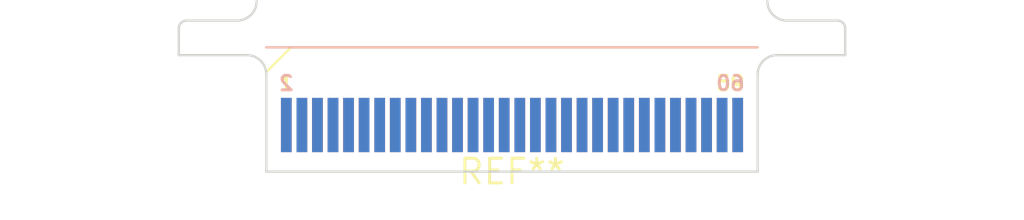
<source format=kicad_pcb>
(kicad_pcb (version 20240108) (generator pcbnew)
  (layers (0 "F.Cu" signal) (31 "B.Cu" signal) (34 "B.Paste" user) (35 "F.Paste" user) (36 "B.SilkS" user "B.Silkscreen") (37 "F.SilkS" user "F.Silkscreen") (38 "B.Mask" user) (39 "F.Mask" user) (44 "Edge.Cuts" user))
  (net 0 "")
  (footprint "Samtec_HSEC8-130-X-X-DV-BL_2x30_P0.8mm_Edge" (layer "F.Cu") (at 0 0)
    (property "Reference" "REF**")
    (property "Value" "Samtec_HSEC8-130-X-X-DV-BL_2x30_P0.8mm_Edge")
    (fp_line (start -12.625 -6.4) (end -12.625 -6.4) (layer "B.SilkS") (stroke (width 0.12)))
    (fp_line (start -12.625 -6.4) (end 12.625 -6.4) (layer "B.SilkS") (stroke (width 0.12)))
    (fp_line (start -12.625 -5.13) (end -11.355 -6.4) (layer "F.SilkS") (stroke (width 0.12)))
    (fp_line (start -11.355 -6.4) (end 12.625 -6.4) (layer "F.SilkS") (stroke (width 0.12)))
    (fp_line (start -17.125 -6) (end -17.125 -7.38) (layer "Edge.Cuts") (stroke (width 0.12)))
    (fp_line (start -16.725 -7.78) (end -14.125 -7.78) (layer "Edge.Cuts") (stroke (width 0.12)))
    (fp_line (start -13.625 -6) (end -17.125 -6) (layer "Edge.Cuts") (stroke (width 0.12)))
    (fp_line (start -12.625 -5) (end -12.625 0) (layer "Edge.Cuts") (stroke (width 0.12)))
    (fp_line (start -12.625 0) (end 12.625 0) (layer "Edge.Cuts") (stroke (width 0.12)))
    (fp_line (start 12.625 0) (end 12.625 -5) (layer "Edge.Cuts") (stroke (width 0.12)))
    (fp_line (start 13.625 -6) (end 17.125 -6) (layer "Edge.Cuts") (stroke (width 0.12)))
    (fp_line (start 16.725 -7.78) (end 14.125 -7.78) (layer "Edge.Cuts") (stroke (width 0.12)))
    (fp_line (start 17.125 -6) (end 17.125 -7.38) (layer "Edge.Cuts") (stroke (width 0.12)))
    (fp_arc (start -17.125 -7.38) (mid -17.007843 -7.662843) (end -16.725 -7.78) (layer "Edge.Cuts") (stroke (width 0.12)))
    (fp_arc (start -13.625 -6) (mid -12.917893 -5.707107) (end -12.625 -5) (layer "Edge.Cuts") (stroke (width 0.12)))
    (fp_arc (start -13.125 -8.78) (mid -13.417893 -8.072893) (end -14.125 -7.78) (layer "Edge.Cuts") (stroke (width 0.12)))
    (fp_arc (start 12.625 -5) (mid 12.917893 -5.707107) (end 13.625 -6) (layer "Edge.Cuts") (stroke (width 0.12)))
    (fp_arc (start 14.125 -7.78) (mid 13.417893 -8.072893) (end 13.125 -8.78) (layer "Edge.Cuts") (stroke (width 0.12)))
    (fp_arc (start 16.725 -7.78) (mid 17.007843 -7.662843) (end 17.125 -7.38) (layer "Edge.Cuts") (stroke (width 0.12)))
    (fp_text user "2" (at -11.6 -4.55 0) (layer "B.SilkS") (effects (font (size 0.75 0.75)) (justify mirror)))
    (fp_text user "60" (at 11.225 -4.55 0) (layer "B.SilkS") (effects (font (size 0.75 0.75)) (justify mirror)))
    (fp_text user "1" (at -11.6 -4.55 0) (layer "F.SilkS") (effects (font (size 0.75 0.75))))
    (fp_text user "59" (at 11.225 -4.55 0) (layer "F.SilkS") (effects (font (size 0.75 0.75))))
    (pad "1" connect rect (at -11.6 -2.4) (size 0.55 2.8) (layers "F.Cu" "F.Mask"))
    (pad "2" connect rect (at -11.6 -2.4) (size 0.55 2.8) (layers "B.Cu" "B.Mask"))
    (pad "3" connect rect (at -10.8 -2.4) (size 0.55 2.8) (layers "F.Cu" "F.Mask"))
    (pad "4" connect rect (at -10.8 -2.4) (size 0.55 2.8) (layers "B.Cu" "B.Mask"))
    (pad "5" connect rect (at -10 -2.4) (size 0.55 2.8) (layers "F.Cu" "F.Mask"))
    (pad "6" connect rect (at -10 -2.4) (size 0.55 2.8) (layers "B.Cu" "B.Mask"))
    (pad "7" connect rect (at -9.2 -2.4) (size 0.55 2.8) (layers "F.Cu" "F.Mask"))
    (pad "8" connect rect (at -9.2 -2.4) (size 0.55 2.8) (layers "B.Cu" "B.Mask"))
    (pad "9" connect rect (at -8.4 -2.4) (size 0.55 2.8) (layers "F.Cu" "F.Mask"))
    (pad "10" connect rect (at -8.4 -2.4) (size 0.55 2.8) (layers "B.Cu" "B.Mask"))
    (pad "11" connect rect (at -7.6 -2.4) (size 0.55 2.8) (layers "F.Cu" "F.Mask"))
    (pad "12" connect rect (at -7.6 -2.4) (size 0.55 2.8) (layers "B.Cu" "B.Mask"))
    (pad "13" connect rect (at -6.8 -2.4) (size 0.55 2.8) (layers "F.Cu" "F.Mask"))
    (pad "14" connect rect (at -6.8 -2.4) (size 0.55 2.8) (layers "B.Cu" "B.Mask"))
    (pad "15" connect rect (at -6 -2.4) (size 0.55 2.8) (layers "F.Cu" "F.Mask"))
    (pad "16" connect rect (at -6 -2.4) (size 0.55 2.8) (layers "B.Cu" "B.Mask"))
    (pad "17" connect rect (at -5.2 -2.4) (size 0.55 2.8) (layers "F.Cu" "F.Mask"))
    (pad "18" connect rect (at -5.2 -2.4) (size 0.55 2.8) (layers "B.Cu" "B.Mask"))
    (pad "19" connect rect (at -4.4 -2.4) (size 0.55 2.8) (layers "F.Cu" "F.Mask"))
    (pad "20" connect rect (at -4.4 -2.4) (size 0.55 2.8) (layers "B.Cu" "B.Mask"))
    (pad "21" connect rect (at -3.6 -2.4) (size 0.55 2.8) (layers "F.Cu" "F.Mask"))
    (pad "22" connect rect (at -3.6 -2.4) (size 0.55 2.8) (layers "B.Cu" "B.Mask"))
    (pad "23" connect rect (at -2.8 -2.4) (size 0.55 2.8) (layers "F.Cu" "F.Mask"))
    (pad "24" connect rect (at -2.8 -2.4) (size 0.55 2.8) (layers "B.Cu" "B.Mask"))
    (pad "25" connect rect (at -2 -2.4) (size 0.55 2.8) (layers "F.Cu" "F.Mask"))
    (pad "26" connect rect (at -2 -2.4) (size 0.55 2.8) (layers "B.Cu" "B.Mask"))
    (pad "27" connect rect (at -1.2 -2.4) (size 0.55 2.8) (layers "F.Cu" "F.Mask"))
    (pad "28" connect rect (at -1.2 -2.4) (size 0.55 2.8) (layers "B.Cu" "B.Mask"))
    (pad "29" connect rect (at -0.4 -2.4) (size 0.55 2.8) (layers "F.Cu" "F.Mask"))
    (pad "30" connect rect (at -0.4 -2.4) (size 0.55 2.8) (layers "B.Cu" "B.Mask"))
    (pad "31" connect rect (at 0.4 -2.4) (size 0.55 2.8) (layers "F.Cu" "F.Mask"))
    (pad "32" connect rect (at 0.4 -2.4) (size 0.55 2.8) (layers "B.Cu" "B.Mask"))
    (pad "33" connect rect (at 1.2 -2.4) (size 0.55 2.8) (layers "F.Cu" "F.Mask"))
    (pad "34" connect rect (at 1.2 -2.4) (size 0.55 2.8) (layers "B.Cu" "B.Mask"))
    (pad "35" connect rect (at 2 -2.4) (size 0.55 2.8) (layers "F.Cu" "F.Mask"))
    (pad "36" connect rect (at 2 -2.4) (size 0.55 2.8) (layers "B.Cu" "B.Mask"))
    (pad "37" connect rect (at 2.8 -2.4) (size 0.55 2.8) (layers "F.Cu" "F.Mask"))
    (pad "38" connect rect (at 2.8 -2.4) (size 0.55 2.8) (layers "B.Cu" "B.Mask"))
    (pad "39" connect rect (at 3.6 -2.4) (size 0.55 2.8) (layers "F.Cu" "F.Mask"))
    (pad "40" connect rect (at 3.6 -2.4) (size 0.55 2.8) (layers "B.Cu" "B.Mask"))
    (pad "41" connect rect (at 4.4 -2.4) (size 0.55 2.8) (layers "F.Cu" "F.Mask"))
    (pad "42" connect rect (at 4.4 -2.4) (size 0.55 2.8) (layers "B.Cu" "B.Mask"))
    (pad "43" connect rect (at 5.2 -2.4) (size 0.55 2.8) (layers "F.Cu" "F.Mask"))
    (pad "44" connect rect (at 5.2 -2.4) (size 0.55 2.8) (layers "B.Cu" "B.Mask"))
    (pad "45" connect rect (at 6 -2.4) (size 0.55 2.8) (layers "F.Cu" "F.Mask"))
    (pad "46" connect rect (at 6 -2.4) (size 0.55 2.8) (layers "B.Cu" "B.Mask"))
    (pad "47" connect rect (at 6.8 -2.4) (size 0.55 2.8) (layers "F.Cu" "F.Mask"))
    (pad "48" connect rect (at 6.8 -2.4) (size 0.55 2.8) (layers "B.Cu" "B.Mask"))
    (pad "49" connect rect (at 7.6 -2.4) (size 0.55 2.8) (layers "F.Cu" "F.Mask"))
    (pad "50" connect rect (at 7.6 -2.4) (size 0.55 2.8) (layers "B.Cu" "B.Mask"))
    (pad "51" connect rect (at 8.4 -2.4) (size 0.55 2.8) (layers "F.Cu" "F.Mask"))
    (pad "52" connect rect (at 8.4 -2.4) (size 0.55 2.8) (layers "B.Cu" "B.Mask"))
    (pad "53" connect rect (at 9.2 -2.4) (size 0.55 2.8) (layers "F.Cu" "F.Mask"))
    (pad "54" connect rect (at 9.2 -2.4) (size 0.55 2.8) (layers "B.Cu" "B.Mask"))
    (pad "55" connect rect (at 10 -2.4) (size 0.55 2.8) (layers "F.Cu" "F.Mask"))
    (pad "56" connect rect (at 10 -2.4) (size 0.55 2.8) (layers "B.Cu" "B.Mask"))
    (pad "57" connect rect (at 10.8 -2.4) (size 0.55 2.8) (layers "F.Cu" "F.Mask"))
    (pad "58" connect rect (at 10.8 -2.4) (size 0.55 2.8) (layers "B.Cu" "B.Mask"))
    (pad "59" connect rect (at 11.6 -2.4) (size 0.55 2.8) (layers "F.Cu" "F.Mask"))
    (pad "60" connect rect (at 11.6 -2.4) (size 0.55 2.8) (layers "B.Cu" "B.Mask"))
  )
)
</source>
